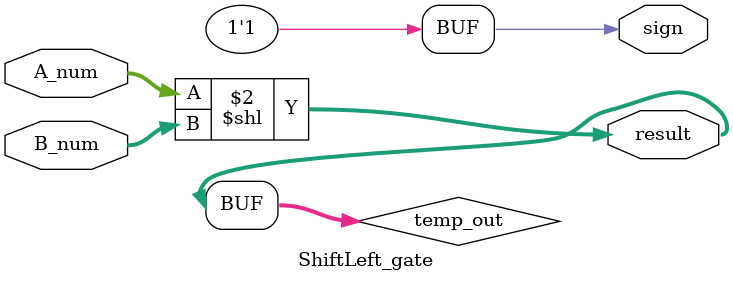
<source format=sv>

module ShiftLeft_gate #(parameter N = 4)(
	input logic [N-1:0] A_num,
	input logic [N-1:0] B_num,
	//input logic call_ShiftLeft,
	output logic [N-1:0] result,
	output logic sign);
	
	logic [N-1:0]temp_out;
	
	
	always @(*) begin
	
		temp_out <= A_num << B_num; // operación ShiftLeft
		
		sign <= 1'b1;
	
	end
	
	assign result = temp_out;
	
	
endmodule
</source>
